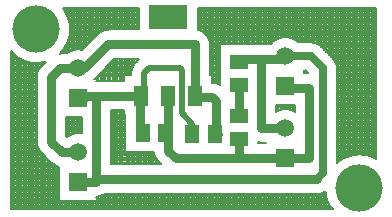
<source format=gtl>
%FSLAX44Y44*%
%MOMM*%
G71*
G01*
G75*
%ADD10C,0.2032*%
%ADD11R,3.2000X2.0000*%
%ADD12R,1.2000X1.8000*%
%ADD13R,1.5000X1.3000*%
%ADD14R,1.3000X1.5000*%
%ADD15C,0.7620*%
%ADD16C,0.5080*%
%ADD17C,0.6350*%
%ADD18C,1.5000*%
%ADD19R,1.5000X1.5000*%
%ADD20C,4.0000*%
D10*
X1137382Y870682D02*
X1135592Y872150D01*
X1133550Y873242D01*
X1131334Y873914D01*
X1129030Y874141D01*
X1137382Y870682D02*
X1135592Y872150D01*
X1133550Y873242D01*
X1131334Y873914D01*
X1129030Y874141D01*
X1118434D02*
X1116534Y875659D01*
X1114428Y876874D01*
X1112163Y877759D01*
X1109790Y878294D01*
X1107365Y878466D01*
X1104940Y878271D01*
X1102573Y877715D01*
X1100316Y876808D01*
X1098222Y875574D01*
X1096336Y874038D01*
X1094703Y872236D01*
X1151001Y852170D02*
X1150774Y854474D01*
X1150102Y856690D01*
X1149010Y858732D01*
X1147542Y860522D01*
X1151001Y852170D02*
X1150774Y854474D01*
X1150102Y856690D01*
X1149010Y858732D01*
X1147542Y860522D01*
X1051934Y838315D02*
X1049979Y839226D01*
X1047897Y839786D01*
X1045749Y839978D01*
X1051934Y838315D02*
X1049979Y839226D01*
X1047897Y839786D01*
X1045749Y839978D01*
X1043559Y872490D02*
X1043308Y874975D01*
X1042567Y877359D01*
X1041364Y879548D01*
X1039749Y881453D01*
X1037785Y882996D01*
X1035554Y884117D01*
X1033143Y884769D01*
X1043559Y872490D02*
X1043308Y874975D01*
X1042567Y877359D01*
X1041364Y879548D01*
X1039749Y881453D01*
X1037785Y882996D01*
X1035554Y884117D01*
X1033143Y884769D01*
X1115314Y815454D02*
X1112819Y816583D01*
X1110169Y817274D01*
X1107440Y817506D01*
X1104711Y817274D01*
X1102061Y816583D01*
X1099566Y815454D01*
X1183887Y775428D02*
X1181652Y776579D01*
X1179324Y777530D01*
X1176922Y778273D01*
X1174464Y778802D01*
X1171969Y779114D01*
X1169456Y779205D01*
X1166945Y779076D01*
X1164455Y778727D01*
X1162005Y778161D01*
X1159614Y777382D01*
X1157301Y776397D01*
X1155083Y775212D01*
X1152978Y773838D01*
X1151001Y772284D01*
X1141156Y747931D02*
X1141478Y745545D01*
X1142000Y743195D01*
X1142717Y740897D01*
X1143625Y738667D01*
X1144717Y736522D01*
X1145985Y734475D01*
X1147420Y732543D01*
X1134110Y745744D02*
X1136590Y745994D01*
X1138970Y746732D01*
X1141156Y747931D01*
X1084206Y789270D02*
X1087120Y788924D01*
X1084206Y789270D02*
X1087120Y788924D01*
X995966Y781424D02*
X996323Y779232D01*
X997064Y777138D01*
X998165Y775210D01*
X999591Y773507D01*
X995966Y781424D02*
X996527Y778525D01*
X997754Y775840D01*
X999579Y773519D01*
X957580Y884936D02*
X955148Y884696D01*
X952809Y883985D01*
X950655Y882831D01*
X948767Y881279D01*
X957580Y884936D02*
X955152Y884697D01*
X952817Y883989D01*
X950665Y882839D01*
X948779Y881291D01*
X980157Y856263D02*
X978381Y853948D01*
X977265Y851253D01*
X976884Y848360D01*
X980157Y856263D02*
X978381Y853948D01*
X977265Y851253D01*
X976884Y848360D01*
X935458Y867970D02*
X933075Y868281D01*
X930672Y868235D01*
X928303Y867833D01*
X926020Y867084D01*
X923873Y866003D01*
X921910Y864616D01*
X925256Y885190D02*
X925152Y887625D01*
X924842Y890041D01*
X924327Y892423D01*
X923612Y894752D01*
X922702Y897012D01*
X921602Y899187D01*
X920322Y901260D01*
X918870Y903217D01*
X916531Y864609D02*
X918284Y866463D01*
X919864Y868465D01*
X921260Y870600D01*
X922461Y872850D01*
X923456Y875199D01*
X924239Y877626D01*
X924802Y880114D01*
X925142Y882642D01*
X925256Y885190D01*
X874783Y866665D02*
X876525Y864788D01*
X878428Y863075D01*
X880477Y861538D01*
X882655Y860190D01*
X884944Y859042D01*
X887327Y858104D01*
X889784Y857382D01*
X892296Y856882D01*
X894843Y856609D01*
X897403Y856565D01*
X899958Y856749D01*
X902485Y857161D01*
X904966Y857797D01*
X900519Y853351D02*
X898798Y851198D01*
X897593Y848719D01*
X896963Y846036D01*
X896939Y843280D01*
X896874Y842010D01*
X934974Y796942D02*
X932408Y797184D01*
X929835Y797015D01*
X927323Y796438D01*
X924935Y795468D01*
X922731Y794130D01*
X948316Y743236D02*
X950677Y743638D01*
X952918Y744484D01*
X954955Y745744D01*
X948316Y743236D02*
X950677Y743638D01*
X952918Y744484D01*
X954955Y745744D01*
X947420Y743204D02*
X948316Y743236D01*
X947420Y743204D02*
X948316Y743236D01*
X896874Y789940D02*
X897113Y787512D01*
X897821Y785177D01*
X898971Y783025D01*
X900519Y781139D01*
X896874Y789940D02*
X897114Y787508D01*
X897825Y785169D01*
X898979Y783015D01*
X900531Y781127D01*
X909397Y772261D02*
X911360Y770659D01*
X913607Y769487D01*
X916044Y768794D01*
X909409Y772249D02*
X911369Y770652D01*
X913612Y769484D01*
X916044Y768794D01*
X1133856Y873110D02*
Y903217D01*
X1131824Y873806D02*
Y903217D01*
X1129792Y874116D02*
Y903217D01*
X1127760Y874141D02*
Y903217D01*
X1118434Y874141D02*
X1129030D01*
X1125728D02*
Y903217D01*
X1123696Y874141D02*
Y903217D01*
X1121664Y874141D02*
Y903217D01*
X1119632Y874141D02*
Y903217D01*
X1117600Y874866D02*
Y903217D01*
X1148080Y859946D02*
Y903217D01*
X1150112Y856665D02*
Y903217D01*
X1146048Y862015D02*
Y903217D01*
X1144016Y864047D02*
Y903217D01*
X1141984Y866079D02*
Y903217D01*
X1137920Y870143D02*
Y903217D01*
X1139952Y868111D02*
Y903217D01*
X1135888Y871946D02*
Y903217D01*
X1033143D02*
X1183887D01*
X1033143Y902208D02*
X1183887D01*
X1033143Y900176D02*
X1183887D01*
X1033143Y898144D02*
X1183887D01*
X1033143Y896112D02*
X1183887D01*
X1033143Y894080D02*
X1183887D01*
X1033143Y892048D02*
X1183887D01*
X1033143Y890016D02*
X1183887D01*
X1033143Y887984D02*
X1183887D01*
X1033143Y885952D02*
X1183887D01*
X1039273Y881888D02*
X1183887D01*
X1041145Y879856D02*
X1183887D01*
X1036038Y883920D02*
X1183887D01*
X1116336Y875792D02*
X1183887D01*
X1111946Y877824D02*
X1183887D01*
X1115568Y876269D02*
Y903217D01*
X1113536Y877270D02*
Y903217D01*
X1111504Y877946D02*
Y903217D01*
X1150932Y853440D02*
X1183887D01*
X1151001Y851408D02*
X1183887D01*
X1150530Y855472D02*
X1183887D01*
X1151001Y849376D02*
X1183887D01*
X1151001Y847344D02*
X1183887D01*
X1151001Y845312D02*
X1183887D01*
X1151001Y843280D02*
X1183887D01*
X1151001Y841248D02*
X1183887D01*
X1151001Y839216D02*
X1183887D01*
X1151001Y837184D02*
X1183887D01*
X1151001Y835152D02*
X1183887D01*
X1151001Y833120D02*
X1183887D01*
X1151001Y831088D02*
X1183887D01*
X1151001Y829056D02*
X1183887D01*
X1151001Y827024D02*
X1183887D01*
X1151001Y824992D02*
X1183887D01*
X1151001Y822960D02*
X1183887D01*
X1151001Y820928D02*
X1183887D01*
X1151001Y818896D02*
X1183887D01*
X1151001Y816864D02*
X1183887D01*
X1136184Y871728D02*
X1183887D01*
X1138367Y869696D02*
X1183887D01*
X1132006Y873760D02*
X1183887D01*
X1142431Y865632D02*
X1183887D01*
X1140399Y867664D02*
X1183887D01*
X1144463Y863600D02*
X1183887D01*
X1146495Y861568D02*
X1183887D01*
X1137382Y870682D02*
X1147542Y860522D01*
X1149728Y857504D02*
X1183887D01*
X1148423Y859536D02*
X1183887D01*
X1124138Y850519D02*
X1126551Y848106D01*
X1125728D02*
Y848929D01*
X1123576Y848106D02*
X1126551D01*
X1123576D02*
Y850519D01*
Y849376D02*
X1125281D01*
X1099566Y820794D02*
X1115314D01*
X1099566Y818896D02*
X1115314D01*
X1109472Y878338D02*
Y903217D01*
X1107440Y878466D02*
Y903217D01*
X1105408Y878338D02*
Y903217D01*
X1103376Y877946D02*
Y903217D01*
X1101344Y877270D02*
Y903217D01*
X1099312Y876269D02*
Y903217D01*
X1097280Y874866D02*
Y903217D01*
X1095248Y872900D02*
Y903217D01*
X1083056Y872386D02*
Y903217D01*
X1081024Y872386D02*
Y903217D01*
X1093216Y872236D02*
Y903217D01*
X1091184Y872236D02*
Y903217D01*
X1089152Y872236D02*
Y903217D01*
X1087120Y872236D02*
Y903217D01*
X1085088Y872236D02*
Y903217D01*
X1078992Y872386D02*
Y903217D01*
X1076960Y872386D02*
Y903217D01*
X1074928Y872386D02*
Y903217D01*
X1072896Y872386D02*
Y903217D01*
X1070864Y872386D02*
Y903217D01*
X1068832Y872386D02*
Y903217D01*
X1066800Y872386D02*
Y903217D01*
X1064768Y872386D02*
Y903217D01*
X1062736Y872386D02*
Y903217D01*
X1042416Y877700D02*
Y903217D01*
X1038352Y882614D02*
Y903217D01*
X1040384Y880794D02*
Y903217D01*
X1036320Y883794D02*
Y903217D01*
X1034288Y884524D02*
Y903217D01*
X1033143Y884769D02*
Y903217D01*
X1060704Y872386D02*
Y903217D01*
X1058672Y872386D02*
Y903217D01*
X1056640Y872386D02*
Y903217D01*
X1054608Y872386D02*
Y903217D01*
X1052576Y872386D02*
Y903217D01*
X1050544Y839004D02*
Y903217D01*
X1048512Y839660D02*
Y903217D01*
X1046480Y839955D02*
Y903217D01*
X1044448Y846565D02*
Y903217D01*
X1043113Y875792D02*
X1098544D01*
X1087120Y872236D02*
X1094703D01*
X1043494Y873760D02*
X1096050D01*
X1084206Y872236D02*
X1087120D01*
X1051934Y872386D02*
X1084206D01*
X1051934Y853386D02*
Y872386D01*
Y842114D02*
Y853386D01*
Y842114D02*
Y853386D01*
X1045749Y845312D02*
X1051934D01*
X1045749Y843280D02*
X1051934D01*
X1050006Y839216D02*
X1051934D01*
X1109472Y817378D02*
Y820794D01*
X1045749Y841248D02*
X1051934D01*
X1107440Y817506D02*
Y820794D01*
X1105408Y817378D02*
Y820794D01*
X1051934Y838315D02*
Y842114D01*
X1045749Y839978D02*
Y846565D01*
X1043559Y871728D02*
X1051934D01*
X1043559Y869696D02*
X1051934D01*
X1042358Y877824D02*
X1102934D01*
X1043559Y867664D02*
X1051934D01*
X1043559Y865632D02*
X1051934D01*
X983871Y884936D02*
Y903217D01*
X1043559Y863600D02*
X1051934D01*
X1043559Y861568D02*
X1051934D01*
X1043559Y859536D02*
X1051934D01*
X1043559Y857504D02*
X1051934D01*
X1043559Y855472D02*
X1051934D01*
X1043559Y853440D02*
X1051934D01*
X1043559Y851408D02*
X1051934D01*
X1043559Y846565D02*
Y872490D01*
Y849376D02*
X1051934D01*
X1043559Y847344D02*
X1051934D01*
X1043559Y846565D02*
X1045749D01*
X1178560Y777791D02*
Y903217D01*
X1176528Y778373D02*
Y903217D01*
X1174496Y778796D02*
Y903217D01*
X1151001Y814832D02*
X1183887D01*
X1151001Y812800D02*
X1183887D01*
X1172464Y779069D02*
Y903217D01*
X1170432Y779196D02*
Y903217D01*
X1168400Y779178D02*
Y903217D01*
X1166368Y779015D02*
Y903217D01*
X1164336Y778705D02*
Y903217D01*
X1183887Y775428D02*
Y903217D01*
X1182624Y776108D02*
Y903217D01*
X1180592Y777041D02*
Y903217D01*
X1162304Y778242D02*
Y903217D01*
X1160272Y777620D02*
Y903217D01*
X1158240Y776826D02*
Y903217D01*
X1156208Y775844D02*
Y903217D01*
X1154176Y774652D02*
Y903217D01*
X1152144Y773216D02*
Y903217D01*
X1151001Y772284D02*
Y852170D01*
X1113536Y816310D02*
Y820794D01*
X1115314Y815454D02*
Y820794D01*
X1111946Y816864D02*
X1115314D01*
X1151001Y810768D02*
X1183887D01*
X1111504Y816986D02*
Y820794D01*
X1103376Y816986D02*
Y820794D01*
X1101344Y816310D02*
Y820794D01*
X1099566Y815454D02*
Y820794D01*
Y816864D02*
X1102934D01*
X1151001Y808736D02*
X1183887D01*
X1151001Y806704D02*
X1183887D01*
X1151001Y804672D02*
X1183887D01*
X1151001Y802640D02*
X1183887D01*
X1151001Y800608D02*
X1183887D01*
X1151001Y798576D02*
X1183887D01*
X1151001Y796544D02*
X1183887D01*
X1151001Y794512D02*
X1183887D01*
X1151001Y792480D02*
X1183887D01*
X1151001Y790448D02*
X1183887D01*
X1151001Y788416D02*
X1183887D01*
X1151001Y786384D02*
X1183887D01*
X1151001Y784352D02*
X1183887D01*
X1151001Y782320D02*
X1183887D01*
X1151001Y780288D02*
X1183887D01*
X1176985Y778256D02*
X1183887D01*
X1151001D02*
X1162355D01*
X1182394Y776224D02*
X1183887D01*
X1151001D02*
X1156946D01*
X1151001Y774192D02*
X1153483D01*
X1146048Y732543D02*
Y734383D01*
X1144016Y732543D02*
Y737846D01*
X1139952Y732543D02*
Y747200D01*
X1137920Y732543D02*
Y746341D01*
X1141984Y732543D02*
Y743255D01*
X1135888Y732543D02*
Y745872D01*
X1134110Y745744D02*
X1141444D01*
X1133856Y732543D02*
Y745744D01*
X1131824Y732543D02*
Y745744D01*
X1129792Y732543D02*
Y745744D01*
X1127760Y732543D02*
Y745744D01*
X1125728Y732543D02*
Y745744D01*
X1123696Y732543D02*
Y745744D01*
X1121664Y732543D02*
Y745744D01*
X1119632Y732543D02*
Y745744D01*
X1117600Y732543D02*
Y745744D01*
X1115568Y732543D02*
Y745744D01*
X1113536Y732543D02*
Y745744D01*
X1111504Y732543D02*
Y745744D01*
X1109472Y732543D02*
Y745744D01*
X1107440Y732543D02*
Y745744D01*
X1105408Y732543D02*
Y745744D01*
X1103376Y732543D02*
Y745744D01*
X1101344Y732543D02*
Y745744D01*
X1099312Y732543D02*
Y745744D01*
X1097280Y732543D02*
Y745744D01*
X1087120Y788924D02*
X1091304D01*
X1095248Y732543D02*
Y745744D01*
X1093216Y732543D02*
Y745744D01*
X1084206Y788416D02*
Y789270D01*
X1091184Y732543D02*
Y745744D01*
X1084206Y788416D02*
X1091304D01*
X1089152Y732543D02*
Y745744D01*
X1087120Y732543D02*
Y745744D01*
X1085088Y732543D02*
Y745744D01*
X1083056Y732543D02*
Y745744D01*
X1081024Y732543D02*
Y745744D01*
X1078992Y732543D02*
Y745744D01*
X1076960Y732543D02*
Y745744D01*
X1074928Y732543D02*
Y745744D01*
X1072896Y732543D02*
Y745744D01*
X1070864Y732543D02*
Y745744D01*
X997712Y770636D02*
Y775909D01*
X999591Y773507D02*
X1002463Y770636D01*
X999744D02*
Y773355D01*
X990654Y781424D02*
X995966D01*
X995680Y770636D02*
Y781424D01*
X990654D02*
X995966D01*
X993648Y770636D02*
Y781424D01*
X991616Y770636D02*
Y781424D01*
X1068832Y732543D02*
Y745744D01*
X1066800Y732543D02*
Y745744D01*
X1064768Y732543D02*
Y745744D01*
X1062736Y732543D02*
Y745744D01*
X1060704Y732543D02*
Y745744D01*
X989584Y770636D02*
Y781424D01*
X987552Y770636D02*
Y781424D01*
X985520Y770636D02*
Y781424D01*
X983488Y770636D02*
Y781424D01*
X1058672Y732543D02*
Y745744D01*
X1056640Y732543D02*
Y745744D01*
X1054608Y732543D02*
Y745744D01*
X1052576Y732543D02*
Y745744D01*
X1050544Y732543D02*
Y745744D01*
X1048512Y732543D02*
Y745744D01*
X1046480Y732543D02*
Y745744D01*
X1044448Y732543D02*
Y745744D01*
X1042416Y732543D02*
Y745744D01*
X1040384Y732543D02*
Y745744D01*
X1038352Y732543D02*
Y745744D01*
X1036320Y732543D02*
Y745744D01*
X1034288Y732543D02*
Y745744D01*
X1032256Y732543D02*
Y745744D01*
X1030224Y732543D02*
Y745744D01*
X1028192Y732543D02*
Y745744D01*
X1026160Y732543D02*
Y745744D01*
X1024128Y732543D02*
Y745744D01*
X1022096Y732543D02*
Y745744D01*
X1020064Y732543D02*
Y745744D01*
X1018032Y732543D02*
Y745744D01*
X1016000Y732543D02*
Y745744D01*
X1013968Y732543D02*
Y745744D01*
X1011936Y732543D02*
Y745744D01*
X1009904Y732543D02*
Y745744D01*
X1007872Y732543D02*
Y745744D01*
X1005840Y732543D02*
Y745744D01*
X1003808Y732543D02*
Y745744D01*
X1001776Y732543D02*
Y745744D01*
X999744Y732543D02*
Y745744D01*
X997712Y732543D02*
Y745744D01*
X995680Y732543D02*
Y745744D01*
X993648Y732543D02*
Y745744D01*
X991616Y732543D02*
Y745744D01*
X989584Y732543D02*
Y745744D01*
X987552Y732543D02*
Y745744D01*
X985520Y732543D02*
Y745744D01*
X983488Y732543D02*
Y745744D01*
Y884936D02*
Y903217D01*
X981456Y884936D02*
Y903217D01*
X979424Y884936D02*
Y903217D01*
X977392Y884936D02*
Y903217D01*
X975360Y884936D02*
Y903217D01*
X973328Y884936D02*
Y903217D01*
X971296Y884936D02*
Y903217D01*
X969264Y884936D02*
Y903217D01*
X967232Y884936D02*
Y903217D01*
X965200Y884936D02*
Y903217D01*
X962735Y860044D02*
X983939D01*
X980157Y856263D02*
X983939Y860044D01*
X957580Y884936D02*
X983871D01*
X981456Y857561D02*
Y860044D01*
X962227Y859536D02*
X983431D01*
X963168Y884936D02*
Y903217D01*
X961136Y884936D02*
Y903217D01*
X959104Y884936D02*
Y903217D01*
X979424Y855454D02*
Y860044D01*
X957072Y884926D02*
Y903217D01*
X919651Y902208D02*
X983871D01*
X921022Y900176D02*
X983871D01*
X918870Y903217D02*
X983871D01*
X923091Y896112D02*
X983871D01*
X922159Y898144D02*
X983871D01*
X924423Y892048D02*
X983871D01*
X924846Y890016D02*
X983871D01*
X923841Y894080D02*
X983871D01*
X925119Y887984D02*
X983871D01*
X925246Y885952D02*
X983871D01*
X955040Y884674D02*
Y903217D01*
X953008Y884066D02*
Y903217D01*
X925228Y883920D02*
X952655D01*
X950976Y883039D02*
Y903217D01*
X948944Y881452D02*
Y903217D01*
X935458Y867970D02*
X948767Y881279D01*
X925065Y881888D02*
X949420D01*
X977392Y851691D02*
Y860044D01*
X960195Y857504D02*
X981399D01*
X976884Y846565D02*
Y848360D01*
X975360Y846565D02*
Y860044D01*
X973328Y846565D02*
Y860044D01*
X971296Y846565D02*
Y860044D01*
X971011Y846565D02*
X976884D01*
X971011Y841375D02*
Y846565D01*
X969264Y841375D02*
Y860044D01*
X971011Y811293D02*
Y816483D01*
X959866D02*
X971011D01*
X971654Y811293D02*
Y813696D01*
X971804Y811293D02*
Y813696D01*
X967232Y841375D02*
Y860044D01*
X965200Y841375D02*
Y860044D01*
X963168Y841375D02*
Y860044D01*
X961136Y841375D02*
Y858445D01*
X958163Y855472D02*
X979439D01*
X956131Y853440D02*
X978105D01*
X954099Y851408D02*
X977308D01*
X952067Y849376D02*
X976930D01*
X950035Y847344D02*
X976884D01*
X959104Y841375D02*
Y856413D01*
X957072Y841375D02*
Y854381D01*
X946061Y843369D02*
X962735Y860044D01*
X955040Y841375D02*
Y852349D01*
X948003Y845312D02*
X971011D01*
X959866Y810768D02*
X971654D01*
X959866Y808736D02*
X971654D01*
X948316Y841375D02*
X971011D01*
X959866Y806704D02*
X971654D01*
X959866Y804672D02*
X971654D01*
X953008Y841375D02*
Y850317D01*
X950976Y841375D02*
Y848285D01*
X959866Y814832D02*
X971011D01*
X959866Y812800D02*
X971011D01*
X946912Y879423D02*
Y903217D01*
X944880Y877391D02*
Y903217D01*
X924755Y879856D02*
X947345D01*
X924292Y877824D02*
X945313D01*
X923670Y875792D02*
X943281D01*
X942848Y875359D02*
Y903217D01*
X940816Y873327D02*
Y903217D01*
X924560Y891465D02*
Y903217D01*
X922876Y873760D02*
X941249D01*
X922528Y897388D02*
Y903217D01*
X938784Y871295D02*
Y903217D01*
X936752Y869263D02*
Y903217D01*
X934720Y868105D02*
Y903217D01*
X932688Y868298D02*
Y903217D01*
X930656Y868234D02*
Y903217D01*
X928624Y867909D02*
Y903217D01*
X926592Y867308D02*
Y903217D01*
X924560Y866393D02*
Y878915D01*
X922528Y865101D02*
Y872992D01*
X921894Y871728D02*
X939217D01*
X920702Y869696D02*
X937185D01*
X919266Y867664D02*
X927674D01*
X920496Y901000D02*
Y903217D01*
Y864616D02*
Y869380D01*
X918464Y864616D02*
Y866674D01*
X917537Y865632D02*
X923284D01*
X874783D02*
X875703D01*
X916940Y864616D02*
X921910D01*
X900519Y853351D02*
X904966Y857797D01*
X902208Y855039D02*
Y857104D01*
X900176Y852993D02*
Y856776D01*
X874783Y863600D02*
X877808D01*
X874783Y861568D02*
X880433D01*
X874783Y859536D02*
X883896D01*
X874783Y857504D02*
X889305D01*
X874783Y855472D02*
X902641D01*
X874783Y853440D02*
X900609D01*
X946912Y842906D02*
Y844221D01*
X945572Y842906D02*
X948316D01*
X874783Y851408D02*
X898934D01*
X898144Y850027D02*
Y856595D01*
X874783Y849376D02*
X897848D01*
X874783Y847344D02*
X897192D01*
X874783Y845312D02*
X896897D01*
X948944Y841375D02*
Y846253D01*
X948316Y841375D02*
Y842906D01*
X947420Y841375D02*
X948316D01*
X921766Y810634D02*
X934974D01*
X921766Y808736D02*
X934974D01*
X874783Y843280D02*
X896939D01*
X921766Y806704D02*
X934974D01*
X921766Y804672D02*
X934974D01*
X874783Y841248D02*
X896874D01*
X874783Y839216D02*
X896874D01*
X874783Y837184D02*
X896874D01*
X874783Y835152D02*
X896874D01*
X874783Y833120D02*
X896874D01*
X874783Y831088D02*
X896874D01*
X874783Y829056D02*
X896874D01*
X874783Y827024D02*
X896874D01*
X874783Y824992D02*
X896874D01*
X874783Y822960D02*
X896874D01*
X874783Y820928D02*
X896874D01*
X874783Y818896D02*
X896874D01*
X874783Y816864D02*
X896874D01*
X874783Y814832D02*
X896874D01*
X874783Y812800D02*
X896874D01*
X874783Y810768D02*
X896874D01*
X874783Y808736D02*
X896874D01*
X874783Y806704D02*
X896874D01*
X874783Y804672D02*
X896874D01*
X959866Y802640D02*
X971654D01*
X959866Y800608D02*
X971654D01*
X959866Y798576D02*
X971654D01*
X981456Y770636D02*
Y781424D01*
X971654D02*
X990654D01*
X959866Y796544D02*
X971654D01*
Y781424D02*
Y811293D01*
X959866Y794512D02*
X971654D01*
X959866Y792480D02*
X971654D01*
X959866Y790448D02*
X971654D01*
X979424Y770636D02*
Y781424D01*
X977392Y770636D02*
Y781424D01*
X969264Y770636D02*
Y816483D01*
X975360Y770636D02*
Y781424D01*
X973328Y770636D02*
Y781424D01*
X967232Y770636D02*
Y816483D01*
X965200Y770636D02*
Y816483D01*
X963168Y770636D02*
Y816483D01*
X961136Y770636D02*
Y816483D01*
X959866Y770636D02*
Y816483D01*
X921766Y802640D02*
X934974D01*
X959866Y788416D02*
X971654D01*
X921766Y800608D02*
X934974D01*
X959866Y786384D02*
X971654D01*
X959866Y784352D02*
X971654D01*
X934974Y796942D02*
Y810634D01*
X934720Y796985D02*
Y810634D01*
X932688Y797178D02*
Y810634D01*
X921766Y798576D02*
X934974D01*
X959866Y774192D02*
X998955D01*
X959866Y772160D02*
X1000939D01*
X959866Y770636D02*
X1002463D01*
X954955Y745744D02*
X1134110D01*
X954955D02*
X1134110D01*
X959866Y782320D02*
X971654D01*
X959866Y780288D02*
X996101D01*
X959866Y778256D02*
X996616D01*
X959866Y776224D02*
X997529D01*
X981456Y732543D02*
Y745744D01*
X979424Y732543D02*
Y745744D01*
X977392Y732543D02*
Y745744D01*
X975360Y732543D02*
Y745744D01*
X950939Y743712D02*
X1141867D01*
X973328Y732543D02*
Y745744D01*
X971296Y732543D02*
Y745744D01*
X969264Y732543D02*
Y745744D01*
X967232Y732543D02*
Y745744D01*
X965200Y732543D02*
Y745744D01*
X963168Y732543D02*
Y745744D01*
X961136Y732543D02*
Y745744D01*
X959104Y732543D02*
Y745744D01*
X957072Y732543D02*
Y745744D01*
X955040Y732543D02*
Y745744D01*
X953008Y732543D02*
Y744529D01*
X950976Y732543D02*
Y743723D01*
X948316Y741680D02*
X1142449D01*
X948316Y739648D02*
X1143199D01*
X874783Y737616D02*
X1144131D01*
X874783Y735584D02*
X1145268D01*
X874783Y733552D02*
X1146639D01*
X948944Y732543D02*
Y743298D01*
X948316Y739514D02*
Y743236D01*
X916044Y739514D02*
X948316D01*
X946912Y732543D02*
Y739514D01*
X944880Y732543D02*
Y739514D01*
X942848Y732543D02*
Y739514D01*
X940816Y732543D02*
Y739514D01*
X874783Y732543D02*
X1147420D01*
X938784D02*
Y739514D01*
X936752Y732543D02*
Y739514D01*
X934720Y732543D02*
Y739514D01*
X932688Y732543D02*
Y739514D01*
X930656Y797114D02*
Y810634D01*
X928624Y796789D02*
Y810634D01*
X926592Y796188D02*
Y810634D01*
X924560Y795273D02*
Y810634D01*
X921766Y796544D02*
X927674D01*
X921766Y795095D02*
Y810634D01*
X922528Y794333D02*
Y810634D01*
X896874Y789940D02*
Y842010D01*
X922349Y794512D02*
X923284D01*
X921766Y795095D02*
X922731Y794130D01*
X898144Y732543D02*
Y784463D01*
X900531Y781127D02*
X909397Y772261D01*
X900176Y732543D02*
Y781497D01*
X896112Y732543D02*
Y856559D01*
X890016Y732543D02*
Y857326D01*
X887984Y732543D02*
Y857887D01*
X894080Y732543D02*
Y856667D01*
X892048Y732543D02*
Y856921D01*
X874783Y802640D02*
X896874D01*
X874783Y800608D02*
X896874D01*
X874783Y798576D02*
X896874D01*
X874783Y786384D02*
X897393D01*
X874783Y784352D02*
X898199D01*
X874783Y796544D02*
X896874D01*
X874783Y794512D02*
X896874D01*
X874783Y792480D02*
X896874D01*
X874783Y790448D02*
X896874D01*
X874783Y788416D02*
X896968D01*
X885952Y732543D02*
Y858615D01*
X883920Y732543D02*
Y859524D01*
X881888Y732543D02*
Y860634D01*
X874783Y782320D02*
X899479D01*
X874783Y780288D02*
X901371D01*
X875792Y732543D02*
Y865538D01*
X874783Y732543D02*
Y866665D01*
X879856Y732543D02*
Y861974D01*
X877824Y732543D02*
Y863586D01*
X930656Y732543D02*
Y739514D01*
X928624Y732543D02*
Y739514D01*
X926592Y732543D02*
Y739514D01*
X924560Y732543D02*
Y739514D01*
X922528Y732543D02*
Y739514D01*
X874783Y778256D02*
X903403D01*
X920496Y732543D02*
Y739514D01*
X916044D02*
Y768794D01*
X914400Y732543D02*
Y769202D01*
X912368Y732543D02*
Y770060D01*
X910336Y732543D02*
Y771411D01*
X918464Y732543D02*
Y739514D01*
X916432Y732543D02*
Y739514D01*
X904240Y732543D02*
Y777419D01*
X902208Y732543D02*
Y779451D01*
X908304Y732543D02*
Y773355D01*
X906272Y732543D02*
Y775387D01*
X874783Y768096D02*
X916044D01*
X874783Y766064D02*
X916044D01*
X874783Y764032D02*
X916044D01*
X874783Y762000D02*
X916044D01*
X874783Y759968D02*
X916044D01*
X874783Y776224D02*
X905435D01*
X874783Y774192D02*
X907467D01*
X874783Y772160D02*
X909500D01*
X874783Y770128D02*
X912242D01*
X874783Y757936D02*
X916044D01*
X874783Y755904D02*
X916044D01*
X874783Y753872D02*
X916044D01*
X874783Y751840D02*
X916044D01*
X874783Y749808D02*
X916044D01*
X874783Y747776D02*
X916044D01*
X874783Y745744D02*
X916044D01*
X874783Y743712D02*
X916044D01*
X874783Y741680D02*
X916044D01*
X874783Y739648D02*
X916044D01*
D11*
X1008507Y895731D02*
D03*
D12*
X985647Y828929D02*
D03*
X1007999D02*
D03*
X1031113D02*
D03*
D13*
X1068070Y838250D02*
D03*
Y857250D02*
D03*
Y792530D02*
D03*
Y811530D02*
D03*
D14*
X1028700Y796290D02*
D03*
X1047700D02*
D03*
X986790Y797560D02*
D03*
X1005790D02*
D03*
D15*
X957580Y872490D02*
X1031113D01*
X1068070Y811530D02*
Y838250D01*
X1087120Y801370D02*
X1107440D01*
X1127760Y775970D02*
Y835660D01*
X1107440D02*
Y836930D01*
X918210Y781050D02*
X932180D01*
X909320Y789940D02*
X918210Y781050D01*
X909320Y789940D02*
Y842010D01*
Y844550D02*
X916940Y852170D01*
X929640D01*
Y849630D02*
X932180Y852170D01*
X1031113Y828929D02*
Y872490D01*
Y828929D02*
X1032510Y827532D01*
X937260Y852170D02*
X957580Y872490D01*
X1007999Y828929D02*
X1008380Y828548D01*
X1005840Y801370D02*
X1007110Y800100D01*
X1032510Y827532D02*
X1045718D01*
X1049020Y824230D01*
Y797560D02*
Y824230D01*
Y797560D02*
X1050290Y796290D01*
X1008380Y782320D02*
X1014730Y775970D01*
X932180Y755650D02*
X947420D01*
Y758190D01*
Y828929D01*
Y758190D02*
X1134110D01*
X984250Y797560D02*
X985520Y796290D01*
X984250Y797560D02*
Y825500D01*
X937260Y826770D02*
Y828929D01*
X947420D01*
X985647D01*
X986790D02*
Y830580D01*
X985520D02*
X985647D01*
X986790D01*
X1087120Y801370D02*
Y859790D01*
X1069340D02*
X1087120D01*
X1106170D01*
X1005790Y797560D02*
X1007110D01*
X1008380D01*
Y782320D02*
Y797560D01*
Y828548D01*
X1007110Y797560D02*
Y800100D01*
X1068070Y775970D02*
Y792530D01*
X1014730Y775970D02*
X1068070D01*
X1107440D01*
X1127760D01*
X1107440Y835660D02*
X1127760D01*
D16*
X1028700Y796290D02*
Y805180D01*
X1019810Y814070D02*
X1028700Y805180D01*
X1019810Y814070D02*
Y850900D01*
X1018540Y852170D02*
X1019810Y850900D01*
X991870Y852170D02*
X1018540D01*
X988060Y830199D02*
Y848360D01*
X986790Y828929D02*
X988060Y830199D01*
Y848360D02*
X991870Y852170D01*
D17*
X1107440Y862330D02*
X1129030D01*
X1139190Y852170D01*
Y763270D02*
Y852170D01*
X1134110Y758190D02*
X1139190Y763270D01*
D18*
X1107440Y862330D02*
D03*
X932180Y852170D02*
D03*
X1107440Y801370D02*
D03*
X932180Y781050D02*
D03*
D19*
X1107440Y836930D02*
D03*
X932180Y826770D02*
D03*
X1107440Y775970D02*
D03*
X932180Y755650D02*
D03*
D20*
X896620Y885190D02*
D03*
X1169670Y750570D02*
D03*
M02*

</source>
